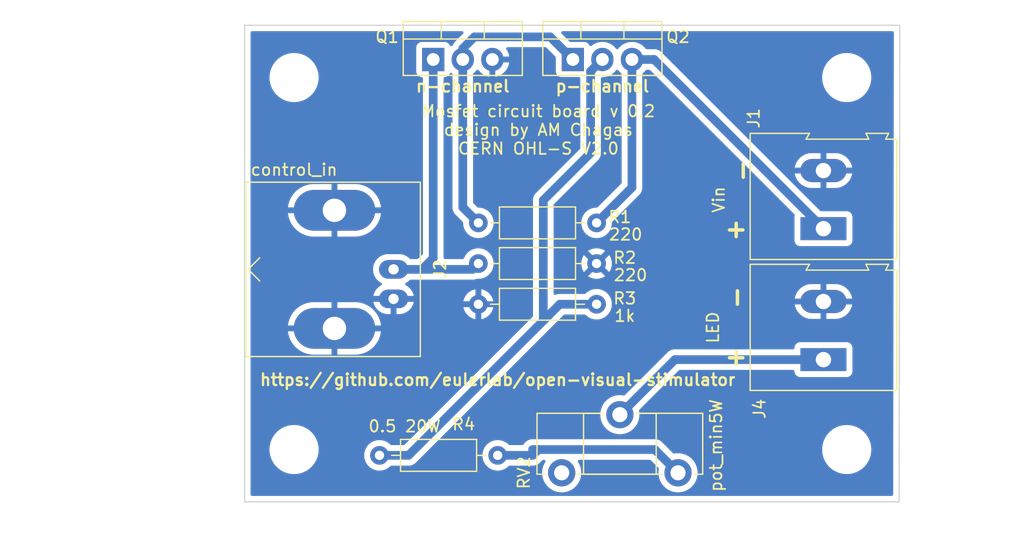
<source format=kicad_pcb>
(kicad_pcb (version 20211014) (generator pcbnew)
  (layers (0 "F.Cu" signal) (31 "B.Cu" signal) (34 "B.Paste" user) (35 "F.Paste" user) (36 "B.SilkS" user "B.Silkscreen") (37 "F.SilkS" user "F.Silkscreen") (38 "B.Mask" user) (39 "F.Mask" user) (44 "Edge.Cuts" user))
  (net 0 "")
  (net 1 "GND")
  (net 2 "Net-(J2-Pad1)")
  (net 3 "Net-(J4-Pad1)")
  (net 4 "Net-(R4-Pad1)")
  (net 5 "Net-(Q2-Pad1)")
  (net 6 "Net-(J1-Pad1)")
  (net 7 "Net-(R3-Pad1)")
  (footprint "TerminalBlock:TerminalBlock_Altech_AK300-2_P5.00mm" (layer "F.Cu") (at 208.5 82.5 90)
    (fp_text reference "J1" (at 9.5 -6 90) (layer "F.SilkS"))
    (fp_text value "Vin" (at 2.5 -9 90) (layer "F.SilkS"))
    (fp_line (start -2.65 -6.3) (end -2.65 6.3) (layer "F.SilkS") (width 0.12))
    (fp_line (start 7.7 6.3) (end 7.7 5.35) (layer "F.SilkS") (width 0.12))
    (fp_line (start -2.65 6.3) (end 7.7 6.3) (layer "F.SilkS") (width 0.12))
    (fp_line (start 8.2 3.7) (end 8.2 3.65) (layer "F.SilkS") (width 0.12))
    (fp_line (start 8.2 -1.2) (end 8.2 -6.3) (layer "F.SilkS") (width 0.12))
    (fp_line (start 8.2 -6.3) (end -2.65 -6.3) (layer "F.SilkS") (width 0.12))
    (fp_line (start 7.7 3.9) (end 7.7 -1.5) (layer "F.SilkS") (width 0.12))
    (fp_line (start 7.7 -1.5) (end 8.2 -1.2) (layer "F.SilkS") (width 0.12))
    (fp_line (start 8.2 3.65) (end 7.7 3.9) (layer "F.SilkS") (width 0.12))
    (fp_line (start 8.2 5.6) (end 8.2 3.7) (layer "F.SilkS") (width 0.12))
    (fp_line (start 7.7 5.35) (end 8.2 5.6) (layer "F.SilkS") (width 0.12))
    (pad "1" thru_hole rect locked (at 0 0 90) (size 1.98 3.96) (drill 1.32) (layers *.Cu *.Mask) (net 6 "Net-(J1-Pad1)"))
    (pad "2" thru_hole oval locked (at 5 0 90) (size 1.98 3.96) (drill 1.32) (layers *.Cu *.Mask) (net 1 "GND"))
  )
  (footprint "Connector_Coaxial_extra:BNC_Amphenol_B6252HB-NPP3G-50_Horizontal" (layer "F.Cu") (at 171.55 86 90)
    (fp_text reference "J2" (at 0 4 90) (layer "F.SilkS"))
    (fp_text value "control_in" (at 8.5725 -8.55) (layer "F.SilkS"))
    (fp_line (start 7.5 2.3) (end -7.5 2.3) (layer "F.SilkS") (width 0.12))
    (fp_line (start 7.5 -12.7) (end 7.5 2.3) (layer "F.SilkS") (width 0.12))
    (fp_line (start 0 -12.5) (end -1 -11.5) (layer "F.SilkS") (width 0.12))
    (fp_line (start -7.5 2.3) (end -7.5 -12.7) (layer "F.SilkS") (width 0.12))
    (fp_line (start -7.5 -12.7) (end 7.5 -12.7) (layer "F.SilkS") (width 0.12))
    (fp_line (start 0 -12.5) (end 1 -11.5) (layer "F.SilkS") (width 0.12))
    (pad "1" thru_hole oval locked (at 0 0 90) (size 1.6 2.5) (drill 0.89) (layers *.Cu *.Mask) (net 2 "Net-(J2-Pad1)"))
    (pad "2" thru_hole oval locked (at 5.08 -5.08 90) (size 3.5 7) (drill 2.01) (layers *.Cu *.Mask) (net 1 "GND"))
    (pad "2" thru_hole oval locked (at -2.54 0 90) (size 1.6 2.5) (drill 0.89) (layers *.Cu *.Mask) (net 1 "GND"))
    (pad "2" thru_hole oval locked (at -5.08 -5.08 90) (size 3.5 7) (drill 2.01) (layers *.Cu *.Mask) (net 1 "GND"))
  )
  (footprint "TerminalBlock:TerminalBlock_Altech_AK300-2_P5.00mm" (layer "F.Cu") (at 208.5 93.765 90)
    (fp_text reference "J4" (at -4.235 -5.5 90) (layer "F.SilkS"))
    (fp_text value "LED" (at 2.765 -9.5 90) (layer "F.SilkS"))
    (fp_line (start 8.2 3.7) (end 8.2 3.65) (layer "F.SilkS") (width 0.12))
    (fp_line (start 8.2 -6.3) (end -2.65 -6.3) (layer "F.SilkS") (width 0.12))
    (fp_line (start -2.65 -6.3) (end -2.65 6.3) (layer "F.SilkS") (width 0.12))
    (fp_line (start 8.2 3.65) (end 7.7 3.9) (layer "F.SilkS") (width 0.12))
    (fp_line (start -2.65 6.3) (end 7.7 6.3) (layer "F.SilkS") (width 0.12))
    (fp_line (start 8.2 -1.2) (end 8.2 -6.3) (layer "F.SilkS") (width 0.12))
    (fp_line (start 7.7 -1.5) (end 8.2 -1.2) (layer "F.SilkS") (width 0.12))
    (fp_line (start 7.7 5.35) (end 8.2 5.6) (layer "F.SilkS") (width 0.12))
    (fp_line (start 7.7 3.9) (end 7.7 -1.5) (layer "F.SilkS") (width 0.12))
    (fp_line (start 7.7 6.3) (end 7.7 5.35) (layer "F.SilkS") (width 0.12))
    (fp_line (start 8.2 5.6) (end 8.2 3.7) (layer "F.SilkS") (width 0.12))
    (pad "1" thru_hole rect locked (at 0 0 90) (size 1.98 3.96) (drill 1.32) (layers *.Cu *.Mask) (net 3 "Net-(J4-Pad1)"))
    (pad "2" thru_hole oval locked (at 5 0 90) (size 1.98 3.96) (drill 1.32) (layers *.Cu *.Mask) (net 1 "GND"))
  )
  (footprint "Package_TO_SOT_THT:TO-220-3_Vertical" (layer "F.Cu") (at 174.96 67.945)
    (fp_text reference "Q1" (at -3.96 -1.945) (layer "F.SilkS"))
    (fp_text value "BUZ11")
    (fp_line (start 0.69 -3.27) (end 0.69 -1.76) (layer "F.SilkS") (width 0.12))
    (fp_line (start -2.58 -3.27) (end -2.58 1.371) (layer "F.SilkS") (width 0.12))
    (fp_line (start -2.58 -3.27) (end 7.66 -3.27) (layer "F.SilkS") (width 0.12))
    (fp_line (start -2.58 -1.76) (end 7.66 -1.76) (layer "F.SilkS") (width 0.12))
    (fp_line (start 7.66 -3.27) (end 7.66 1.371) (layer "F.SilkS") (width 0.12))
    (fp_line (start 4.391 -3.27) (end 4.391 -1.76) (layer "F.SilkS") (width 0.12))
    (fp_line (start -2.58 1.371) (end 7.66 1.371) (layer "F.SilkS") (width 0.12))
    (pad "1" thru_hole rect (at 0 0) (size 1.905 2) (drill 1.1) (layers *.Cu *.Mask) (net 2 "Net-(J2-Pad1)"))
    (pad "2" thru_hole oval (at 2.54 0) (size 1.905 2) (drill 1.1) (layers *.Cu *.Mask) (net 5 "Net-(Q2-Pad1)"))
    (pad "3" thru_hole oval (at 5.08 0) (size 1.905 2) (drill 1.1) (layers *.Cu *.Mask) (net 1 "GND"))
  )
  (footprint "Package_TO_SOT_THT:TO-220-3_Vertical" (layer "F.Cu") (at 186.96 67.945)
    (fp_text reference "Q2" (at 9.04 -1.945) (layer "F.SilkS"))
    (fp_text value "IRF4905")
    (fp_line (start -2.58 -3.27) (end 7.66 -3.27) (layer "F.SilkS") (width 0.12))
    (fp_line (start 7.66 -3.27) (end 7.66 1.371) (layer "F.SilkS") (width 0.12))
    (fp_line (start 0.69 -3.27) (end 0.69 -1.76) (layer "F.SilkS") (width 0.12))
    (fp_line (start 4.391 -3.27) (end 4.391 -1.76) (layer "F.SilkS") (width 0.12))
    (fp_line (start -2.58 -1.76) (end 7.66 -1.76) (layer "F.SilkS") (width 0.12))
    (fp_line (start -2.58 1.371) (end 7.66 1.371) (layer "F.SilkS") (width 0.12))
    (fp_line (start -2.58 -3.27) (end -2.58 1.371) (layer "F.SilkS") (width 0.12))
    (pad "1" thru_hole rect (at 0 0) (size 1.905 2) (drill 1.1) (layers *.Cu *.Mask) (net 5 "Net-(Q2-Pad1)"))
    (pad "2" thru_hole oval (at 2.54 0) (size 1.905 2) (drill 1.1) (layers *.Cu *.Mask) (net 7 "Net-(R3-Pad1)"))
    (pad "3" thru_hole oval (at 5.08 0) (size 1.905 2) (drill 1.1) (layers *.Cu *.Mask) (net 6 "Net-(J1-Pad1)"))
  )
  (footprint "Resistor_THT:R_Axial_DIN0207_L6.3mm_D2.5mm_P10.16mm_Horizontal" (layer "F.Cu") (at 178.84 82)
    (fp_text reference "R1" (at 12.16 -0.5) (layer "F.SilkS"))
    (fp_text value "220" (at 12.66 1) (layer "F.SilkS"))
    (fp_line (start 1.81 -1.37) (end 1.81 1.37) (layer "F.SilkS") (width 0.12))
    (fp_line (start 8.35 -1.37) (end 1.81 -1.37) (layer "F.SilkS") (width 0.12))
    (fp_line (start 1.04 0) (end 1.81 0) (layer "F.SilkS") (width 0.12))
    (fp_line (start 9.12 0) (end 8.35 0) (layer "F.SilkS") (width 0.12))
    (fp_line (start 1.81 1.37) (end 8.35 1.37) (layer "F.SilkS") (width 0.12))
    (fp_line (start 8.35 1.37) (end 8.35 -1.37) (layer "F.SilkS") (width 0.12))
    (pad "1" thru_hole circle locked (at 0 0) (size 1.6 1.6) (drill 0.8) (layers *.Cu *.Mask) (net 5 "Net-(Q2-Pad1)"))
    (pad "2" thru_hole oval locked (at 10.16 0) (size 1.6 1.6) (drill 0.8) (layers *.Cu *.Mask) (net 6 "Net-(J1-Pad1)"))
  )
  (footprint "Resistor_THT:R_Axial_DIN0207_L6.3mm_D2.5mm_P10.16mm_Horizontal" (layer "F.Cu") (at 189 85.5 180)
    (fp_text reference "R2" (at -2.42 0.5 180) (layer "F.SilkS"))
    (fp_text value "220" (at -2.92 -1 180) (layer "F.SilkS"))
    (fp_line (start 1.04 0) (end 1.81 0) (layer "F.SilkS") (width 0.12))
    (fp_line (start 1.81 -1.37) (end 1.81 1.37) (layer "F.SilkS") (width 0.12))
    (fp_line (start 8.35 -1.37) (end 1.81 -1.37) (layer "F.SilkS") (width 0.12))
    (fp_line (start 8.35 1.37) (end 8.35 -1.37) (layer "F.SilkS") (width 0.12))
    (fp_line (start 1.81 1.37) (end 8.35 1.37) (layer "F.SilkS") (width 0.12))
    (fp_line (start 9.12 0) (end 8.35 0) (layer "F.SilkS") (width 0.12))
    (pad "1" thru_hole circle locked (at 0 0 180) (size 1.6 1.6) (drill 0.8) (layers *.Cu *.Mask) (net 1 "GND"))
    (pad "2" thru_hole oval locked (at 10.16 0 180) (size 1.6 1.6) (drill 0.8) (layers *.Cu *.Mask) (net 2 "Net-(J2-Pad1)"))
  )
  (footprint "Resistor_THT:R_Axial_DIN0207_L6.3mm_D2.5mm_P10.16mm_Horizontal" (layer "F.Cu") (at 189 89 180)
    (fp_text reference "R3" (at -2.42 0.5) (layer "F.SilkS"))
    (fp_text value "1k" (at -2.42 -1) (layer "F.SilkS"))
    (fp_line (start 1.81 -1.37) (end 1.81 1.37) (layer "F.SilkS") (width 0.12))
    (fp_line (start 1.81 1.37) (end 8.35 1.37) (layer "F.SilkS") (width 0.12))
    (fp_line (start 1.04 0) (end 1.81 0) (layer "F.SilkS") (width 0.12))
    (fp_line (start 8.35 -1.37) (end 1.81 -1.37) (layer "F.SilkS") (width 0.12))
    (fp_line (start 8.35 1.37) (end 8.35 -1.37) (layer "F.SilkS") (width 0.12))
    (fp_line (start 9.12 0) (end 8.35 0) (layer "F.SilkS") (width 0.12))
    (pad "1" thru_hole circle locked (at 0 0 180) (size 1.6 1.6) (drill 0.8) (layers *.Cu *.Mask) (net 7 "Net-(R3-Pad1)"))
    (pad "2" thru_hole oval locked (at 10.16 0 180) (size 1.6 1.6) (drill 0.8) (layers *.Cu *.Mask) (net 1 "GND"))
  )
  (footprint "Resistor_THT:R_Axial_DIN0207_L6.3mm_D2.5mm_P10.16mm_Horizontal" (layer "F.Cu") (at 180.5 102 180)
    (fp_text reference "R4" (at 2.92 2.67) (layer "F.SilkS"))
    (fp_text value "0.5 20W" (at 8 2.5) (layer "F.SilkS"))
    (fp_line (start 8.35 -1.37) (end 1.81 -1.37) (layer "F.SilkS") (width 0.12))
    (fp_line (start 1.81 -1.37) (end 1.81 1.37) (layer "F.SilkS") (width 0.12))
    (fp_line (start 1.04 0) (end 1.81 0) (layer "F.SilkS") (width 0.12))
    (fp_line (start 9.12 0) (end 8.35 0) (layer "F.SilkS") (width 0.12))
    (fp_line (start 8.35 1.37) (end 8.35 -1.37) (layer "F.SilkS") (width 0.12))
    (fp_line (start 1.81 1.37) (end 8.35 1.37) (layer "F.SilkS") (width 0.12))
    (pad "1" thru_hole circle locked (at 0 0 180) (size 1.6 1.6) (drill 0.8) (layers *.Cu *.Mask) (net 4 "Net-(R4-Pad1)"))
    (pad "2" thru_hole oval locked (at 10.16 0 180) (size 1.6 1.6) (drill 0.8) (layers *.Cu *.Mask) (net 7 "Net-(R3-Pad1)"))
  )
  (footprint "Potentiometer_THT:Potentiometer_ACP_CA14-H5_Horizontal" (layer "F.Cu") (at 186 103.5 90)
    (fp_text reference "RV2" (at 0 -3.25 90) (layer "F.SilkS"))
    (fp_text value "pot_min5W" (at 2.3495 13.2715 90) (layer "F.SilkS"))
    (fp_line (start -0.121 11.425) (end -0.121 12.12) (layer "F.SilkS") (width 0.12))
    (fp_line (start -0.121 1.426) (end -0.121 8.575) (layer "F.SilkS") (width 0.12))
    (fp_line (start 5.12 6.425) (end 5.12 12.12) (layer "F.SilkS") (width 0.12))
    (fp_line (start -0.121 8.121) (end 5.12 8.121) (layer "F.SilkS") (width 0.12))
    (fp_line (start -0.121 1.88) (end -0.121 8.121) (layer "F.SilkS") (width 0.12))
    (fp_line (start -0.121 12.12) (end 5.12 12.12) (layer "F.SilkS") (width 0.12))
    (fp_line (start -0.121 -2.12) (end -0.121 -1.426) (layer "F.SilkS") (width 0.12))
    (fp_line (start 5.12 6.425) (end 5.12 8.121) (layer "F.SilkS") (width 0.12))
    (fp_line (start -0.121 1.88) (end 5.12 1.88) (layer "F.SilkS") (width 0.12))
    (fp_line (start 5.12 1.88) (end 5.12 3.575) (layer "F.SilkS") (width 0.12))
    (fp_line (start 5.12 -2.12) (end 5.12 3.575) (layer "F.SilkS") (width 0.12))
    (fp_line (start -0.121 -2.12) (end 5.12 -2.12) (layer "F.SilkS") (width 0.12))
    (pad "1" thru_hole circle locked (at 0 0 90) (size 2.34 2.34) (drill 1.3) (layers *.Cu *.Mask))
    (pad "2" thru_hole circle locked (at 5 5 90) (size 2.34 2.34) (drill 1.3) (layers *.Cu *.Mask) (net 3 "Net-(J4-Pad1)"))
    (pad "3" thru_hole circle locked (at 0 10 90) (size 2.34 2.34) (drill 1.3) (layers *.Cu *.Mask) (net 4 "Net-(R4-Pad1)"))
  )
  (footprint "MountingHole:MountingHole_3.2mm_M3_DIN965" (layer "F.Cu") (at 210.5 101.5)
    (fp_text reference "H4")
    (fp_text value "MountingHole")
    (pad "" np_thru_hole circle (at 0 0) (size 3.2 3.2) (drill 3.2) (layers *.Cu *.Mask))
  )
  (footprint "MountingHole:MountingHole_3.2mm_M3_DIN965" (layer "F.Cu") (at 163 69.5)
    (fp_text reference "H1")
    (fp_text value "MountingHole")
    (pad "" np_thru_hole circle (at 0 0) (size 3.2 3.2) (drill 3.2) (layers *.Cu *.Mask))
  )
  (footprint "MountingHole:MountingHole_3.2mm_M3_DIN965" (layer "F.Cu") (at 163 101.5)
    (fp_text reference "H2")
    (fp_text value "MountingHole")
    (pad "" np_thru_hole circle (at 0 0) (size 3.2 3.2) (drill 3.2) (layers *.Cu *.Mask))
  )
  (footprint "MountingHole:MountingHole_3.2mm_M3_DIN965" (layer "F.Cu") (at 210.5 69.5)
    (fp_text reference "H3")
    (fp_text value "MountingHole")
    (pad "" np_thru_hole circle (at 0 0) (size 3.2 3.2) (drill 3.2) (layers *.Cu *.Mask))
  )
  (gr_line (start 158.75 106) (end 215 106) (layer "Edge.Cuts") (width 0.1))
  (gr_line (start 215 106) (end 215.06 65) (layer "Edge.Cuts") (width 0.1))
  (gr_line (start 158.75 65) (end 158.75 106) (layer "Edge.Cuts") (width 0.1))
  (gr_line (start 215.06 65) (end 158.75 65) (layer "Edge.Cuts") (width 0.1))
  (gr_text "Mosfet circuit board v 0.2\ndesign by AM Chagas\nCERN OHL-S V2.0\n" (at 184 74) (layer "F.SilkS") (effects (font (size 1 1))))
  (gr_text "n-channel\n" (at 177.5 70.25) (layer "F.SilkS") (effects (font (size 1 1) (thickness 0.2))))
  (gr_text "p-channel\n" (at 189.5 70.25) (layer "F.SilkS") (effects (font (size 1 1) (thickness 0.2))))
  (gr_text "+" (at 201 82.5) (layer "F.SilkS") (effects (font (size 1.5 1.5) (thickness 0.3))))
  (gr_text "-" (at 201 88.42 90) (layer "F.SilkS") (effects (font (size 1.5 1.5) (thickness 0.3))))
  (gr_text "+" (at 201 93.5) (layer "F.SilkS") (effects (font (size 1.5 1.5) (thickness 0.3))))
  (gr_text "-" (at 201.5 77.5 90) (layer "F.SilkS") (effects (font (size 1.5 1.5) (thickness 0.3))))
  (gr_text "https://github.com/eulerlab/open-visual-stimulator\n" (at 180.5 95.5) (layer "F.SilkS") (effects (font (size 1 1) (thickness 0.2))))
  (target plus (at 163 101.5) (size 3) (width 0.1) (layer "Edge.Cuts"))
  (segment (start 174.96 85.04) (end 174 86) (width 0.75) (layer "B.Cu") (net 2))
  (segment (start 178.34 86) (end 178.84 85.5) (width 0.75) (layer "B.Cu") (net 2))
  (segment (start 174 86) (end 178.34 86) (width 0.75) (layer "B.Cu") (net 2))
  (segment (start 174.96 67.945) (end 174.96 85.04) (width 0.75) (layer "B.Cu") (net 2))
  (segment (start 171.55 86) (end 174 86) (width 0.75) (layer "B.Cu") (net 2))
  (segment (start 195.735 93.765) (end 191 98.5) (width 0.75) (layer "B.Cu") (net 3))
  (segment (start 208.5 93.765) (end 195.735 93.765) (width 0.75) (layer "B.Cu") (net 3))
  (segment (start 180.5 102) (end 183.5 102) (width 0.75) (layer "B.Cu") (net 4))
  (segment (start 194 101.5) (end 196 103.5) (width 0.75) (layer "B.Cu") (net 4))
  (segment (start 183.5 102) (end 184 101.5) (width 0.75) (layer "B.Cu") (net 4))
  (segment (start 184 101.5) (end 194 101.5) (width 0.75) (layer "B.Cu") (net 4))
  (segment (start 183.5 101.5) (end 184 101.5) (width 0.75) (layer "B.Cu") (net 4))
  (segment (start 182 66) (end 185.015 66) (width 0.75) (layer "B.Cu") (net 5))
  (segment (start 177.5 80.66) (end 178.84 82) (width 0.75) (layer "B.Cu") (net 5))
  (segment (start 177.5 67) (end 178.5 66) (width 0.75) (layer "B.Cu") (net 5))
  (segment (start 185.015 66) (end 186.96 67.945) (width 0.75) (layer "B.Cu") (net 5))
  (segment (start 178.5 66) (end 182 66) (width 0.75) (layer "B.Cu") (net 5))
  (segment (start 177.5 67.945) (end 177.5 80.66) (width 0.75) (layer "B.Cu") (net 5))
  (segment (start 177.5 67.945) (end 177.5 67) (width 0.75) (layer "B.Cu") (net 5))
  (segment (start 193.945 67.945) (end 192.04 67.945) (width 0.75) (layer "B.Cu") (net 6))
  (segment (start 208.5 82.5) (end 193.945 67.945) (width 0.75) (layer "B.Cu") (net 6))
  (segment (start 192.04 78.96) (end 189 82) (width 0.75) (layer "B.Cu") (net 6))
  (segment (start 192.04 67.945) (end 192.04 78.96) (width 0.75) (layer "B.Cu") (net 6))
  (segment (start 172.84 102) (end 184.92 89.92) (width 0.75) (layer "B.Cu") (net 7))
  (segment (start 189.5 67.945) (end 188.4875 68.9575) (width 0.75) (layer "B.Cu") (net 7))
  (segment (start 185.84 89) (end 184.92 89.92) (width 0.75) (layer "B.Cu") (net 7))
  (segment (start 170.34 102) (end 172.84 102) (width 0.75) (layer "B.Cu") (net 7))
  (segment (start 188.4875 68.9575) (end 188.4875 75.9875) (width 0.75) (layer "B.Cu") (net 7))
  (segment (start 189 89) (end 185.84 89) (width 0.75) (layer "B.Cu") (net 7))
  (segment (start 184.92 89.92) (end 184.42 90.42) (width 0.75) (layer "B.Cu") (net 7))
  (segment (start 188.4875 75.9875) (end 184.42 80.055) (width 0.75) (layer "B.Cu") (net 7))
  (segment (start 184.42 80.055) (end 184.42 90.42) (width 0.75) (layer "B.Cu") (net 7))
  (zone (net 1) (net_name "GND") (layer "B.Cu") (connect_pads (clearance 0.508)) (min_thickness 0.254) (fill yes (thermal_gap 0.508) (thermal_bridge_width 0.508))
    (polygon (pts (xy 215 106) (xy 159 106) (xy 159 65) (xy 215 65)))
  )
)
</source>
